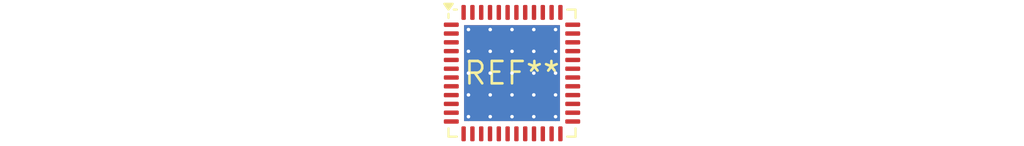
<source format=kicad_pcb>
(kicad_pcb (version 20240108) (generator pcbnew)
  (layers (0 "F.Cu" signal) (31 "B.Cu" signal) (34 "B.Paste" user) (35 "F.Paste" user) (36 "B.SilkS" user "B.Silkscreen") (37 "F.SilkS" user "F.Silkscreen") (38 "B.Mask" user) (39 "F.Mask" user) (44 "Edge.Cuts" user))
  (net 0 "")
  (footprint "QFN-48-1EP_7x7mm_P0.5mm_EP5.45x5.45mm_ThermalVias" (layer "F.Cu") (at 0 0)
    (property "Reference" "REF**")
    (property "Value" "QFN-48-1EP_7x7mm_P0.5mm_EP5.45x5.45mm_ThermalVias")
    (fp_line (start -3.61 -3.135) (end -3.61 -3.37) (layer "F.SilkS") (stroke (width 0.12)))
    (fp_line (start -3.61 3.61) (end -3.61 3.135) (layer "F.SilkS") (stroke (width 0.12)))
    (fp_line (start -3.135 -3.61) (end -3.31 -3.61) (layer "F.SilkS") (stroke (width 0.12)))
    (fp_line (start -3.135 3.61) (end -3.61 3.61) (layer "F.SilkS") (stroke (width 0.12)))
    (fp_line (start 3.135 -3.61) (end 3.61 -3.61) (layer "F.SilkS") (stroke (width 0.12)))
    (fp_line (start 3.135 3.61) (end 3.61 3.61) (layer "F.SilkS") (stroke (width 0.12)))
    (fp_line (start 3.61 -3.61) (end 3.61 -3.135) (layer "F.SilkS") (stroke (width 0.12)))
    (fp_line (start 3.61 3.61) (end 3.61 3.135) (layer "F.SilkS") (stroke (width 0.12)))
    (fp_poly (pts (xy -3.61 -3.61) (xy -3.85 -3.94) (xy -3.37 -3.94) (xy -3.61 -3.61)) (layer "F.SilkS") (stroke (width 0.12)) (fill solid))
    (pad "1" smd roundrect (at -3.45 -2.75) (size 0.85 0.25) (layers "F.Cu" "F.Paste" "F.Mask"))
    (pad "2" smd roundrect (at -3.45 -2.25) (size 0.85 0.25) (layers "F.Cu" "F.Paste" "F.Mask"))
    (pad "3" smd roundrect (at -3.45 -1.75) (size 0.85 0.25) (layers "F.Cu" "F.Paste" "F.Mask"))
    (pad "4" smd roundrect (at -3.45 -1.25) (size 0.85 0.25) (layers "F.Cu" "F.Paste" "F.Mask"))
    (pad "5" smd roundrect (at -3.45 -0.75) (size 0.85 0.25) (layers "F.Cu" "F.Paste" "F.Mask"))
    (pad "6" smd roundrect (at -3.45 -0.25) (size 0.85 0.25) (layers "F.Cu" "F.Paste" "F.Mask"))
    (pad "7" smd roundrect (at -3.45 0.25) (size 0.85 0.25) (layers "F.Cu" "F.Paste" "F.Mask"))
    (pad "8" smd roundrect (at -3.45 0.75) (size 0.85 0.25) (layers "F.Cu" "F.Paste" "F.Mask"))
    (pad "9" smd roundrect (at -3.45 1.25) (size 0.85 0.25) (layers "F.Cu" "F.Paste" "F.Mask"))
    (pad "10" smd roundrect (at -3.45 1.75) (size 0.85 0.25) (layers "F.Cu" "F.Paste" "F.Mask"))
    (pad "11" smd roundrect (at -3.45 2.25) (size 0.85 0.25) (layers "F.Cu" "F.Paste" "F.Mask"))
    (pad "12" smd roundrect (at -3.45 2.75) (size 0.85 0.25) (layers "F.Cu" "F.Paste" "F.Mask"))
    (pad "13" smd roundrect (at -2.75 3.45) (size 0.25 0.85) (layers "F.Cu" "F.Paste" "F.Mask"))
    (pad "14" smd roundrect (at -2.25 3.45) (size 0.25 0.85) (layers "F.Cu" "F.Paste" "F.Mask"))
    (pad "15" smd roundrect (at -1.75 3.45) (size 0.25 0.85) (layers "F.Cu" "F.Paste" "F.Mask"))
    (pad "16" smd roundrect (at -1.25 3.45) (size 0.25 0.85) (layers "F.Cu" "F.Paste" "F.Mask"))
    (pad "17" smd roundrect (at -0.75 3.45) (size 0.25 0.85) (layers "F.Cu" "F.Paste" "F.Mask"))
    (pad "18" smd roundrect (at -0.25 3.45) (size 0.25 0.85) (layers "F.Cu" "F.Paste" "F.Mask"))
    (pad "19" smd roundrect (at 0.25 3.45) (size 0.25 0.85) (layers "F.Cu" "F.Paste" "F.Mask"))
    (pad "20" smd roundrect (at 0.75 3.45) (size 0.25 0.85) (layers "F.Cu" "F.Paste" "F.Mask"))
    (pad "21" smd roundrect (at 1.25 3.45) (size 0.25 0.85) (layers "F.Cu" "F.Paste" "F.Mask"))
    (pad "22" smd roundrect (at 1.75 3.45) (size 0.25 0.85) (layers "F.Cu" "F.Paste" "F.Mask"))
    (pad "23" smd roundrect (at 2.25 3.45) (size 0.25 0.85) (layers "F.Cu" "F.Paste" "F.Mask"))
    (pad "24" smd roundrect (at 2.75 3.45) (size 0.25 0.85) (layers "F.Cu" "F.Paste" "F.Mask"))
    (pad "25" smd roundrect (at 3.45 2.75) (size 0.85 0.25) (layers "F.Cu" "F.Paste" "F.Mask"))
    (pad "26" smd roundrect (at 3.45 2.25) (size 0.85 0.25) (layers "F.Cu" "F.Paste" "F.Mask"))
    (pad "27" smd roundrect (at 3.45 1.75) (size 0.85 0.25) (layers "F.Cu" "F.Paste" "F.Mask"))
    (pad "28" smd roundrect (at 3.45 1.25) (size 0.85 0.25) (layers "F.Cu" "F.Paste" "F.Mask"))
    (pad "29" smd roundrect (at 3.45 0.75) (size 0.85 0.25) (layers "F.Cu" "F.Paste" "F.Mask"))
    (pad "30" smd roundrect (at 3.45 0.25) (size 0.85 0.25) (layers "F.Cu" "F.Paste" "F.Mask"))
    (pad "31" smd roundrect (at 3.45 -0.25) (size 0.85 0.25) (layers "F.Cu" "F.Paste" "F.Mask"))
    (pad "32" smd roundrect (at 3.45 -0.75) (size 0.85 0.25) (layers "F.Cu" "F.Paste" "F.Mask"))
    (pad "33" smd roundrect (at 3.45 -1.25) (size 0.85 0.25) (layers "F.Cu" "F.Paste" "F.Mask"))
    (pad "34" smd roundrect (at 3.45 -1.75) (size 0.85 0.25) (layers "F.Cu" "F.Paste" "F.Mask"))
    (pad "35" smd roundrect (at 3.45 -2.25) (size 0.85 0.25) (layers "F.Cu" "F.Paste" "F.Mask"))
    (pad "36" smd roundrect (at 3.45 -2.75) (size 0.85 0.25) (layers "F.Cu" "F.Paste" "F.Mask"))
    (pad "37" smd roundrect (at 2.75 -3.45) (size 0.25 0.85) (layers "F.Cu" "F.Paste" "F.Mask"))
    (pad "38" smd roundrect (at 2.25 -3.45) (size 0.25 0.85) (layers "F.Cu" "F.Paste" "F.Mask"))
    (pad "39" smd roundrect (at 1.75 -3.45) (size 0.25 0.85) (layers "F.Cu" "F.Paste" "F.Mask"))
    (pad "40" smd roundrect (at 1.25 -3.45) (size 0.25 0.85) (layers "F.Cu" "F.Paste" "F.Mask"))
    (pad "41" smd roundrect (at 0.75 -3.45) (size 0.25 0.85) (layers "F.Cu" "F.Paste" "F.Mask"))
    (pad "42" smd roundrect (at 0.25 -3.45) (size 0.25 0.85) (layers "F.Cu" "F.Paste" "F.Mask"))
    (pad "43" smd roundrect (at -0.25 -3.45) (size 0.25 0.85) (layers "F.Cu" "F.Paste" "F.Mask"))
    (pad "44" smd roundrect (at -0.75 -3.45) (size 0.25 0.85) (layers "F.Cu" "F.Paste" "F.Mask"))
    (pad "45" smd roundrect (at -1.25 -3.45) (size 0.25 0.85) (layers "F.Cu" "F.Paste" "F.Mask"))
    (pad "46" smd roundrect (at -1.75 -3.45) (size 0.25 0.85) (layers "F.Cu" "F.Paste" "F.Mask"))
    (pad "47" smd roundrect (at -2.25 -3.45) (size 0.25 0.85) (layers "F.Cu" "F.Paste" "F.Mask"))
    (pad "48" smd roundrect (at -2.75 -3.45) (size 0.25 0.85) (layers "F.Cu" "F.Paste" "F.Mask"))
    (pad "49" thru_hole circle (at -2.475 -2.475) (size 0.5 0.5) (drill 0.2) (property pad_prop_heatsink) (layers *.Cu) (remove_unused_layers))
    (pad "49" thru_hole circle (at -2.475 -1.2375) (size 0.5 0.5) (drill 0.2) (property pad_prop_heatsink) (layers *.Cu) (remove_unused_layers))
    (pad "49" thru_hole circle (at -2.475 0) (size 0.5 0.5) (drill 0.2) (property pad_prop_heatsink) (layers *.Cu) (remove_unused_layers))
    (pad "49" thru_hole circle (at -2.475 1.2375) (size 0.5 0.5) (drill 0.2) (property pad_prop_heatsink) (layers *.Cu) (remove_unused_layers))
    (pad "49" thru_hole circle (at -2.475 2.475) (size 0.5 0.5) (drill 0.2) (property pad_prop_heatsink) (layers *.Cu) (remove_unused_layers))
    (pad "49" thru_hole circle (at -1.2375 -2.475) (size 0.5 0.5) (drill 0.2) (property pad_prop_heatsink) (layers *.Cu) (remove_unused_layers))
    (pad "49" thru_hole circle (at -1.2375 -1.2375) (size 0.5 0.5) (drill 0.2) (property pad_prop_heatsink) (layers *.Cu) (remove_unused_layers))
    (pad "49" thru_hole circle (at -1.2375 0) (size 0.5 0.5) (drill 0.2) (property pad_prop_heatsink) (layers *.Cu) (remove_unused_layers))
    (pad "49" thru_hole circle (at -1.2375 1.2375) (size 0.5 0.5) (drill 0.2) (property pad_prop_heatsink) (layers *.Cu) (remove_unused_layers))
    (pad "49" thru_hole circle (at -1.2375 2.475) (size 0.5 0.5) (drill 0.2) (property pad_prop_heatsink) (layers *.Cu) (remove_unused_layers))
    (pad "49" thru_hole circle (at 0 -2.475) (size 0.5 0.5) (drill 0.2) (property pad_prop_heatsink) (layers *.Cu) (remove_unused_layers))
    (pad "49" thru_hole circle (at 0 -1.2375) (size 0.5 0.5) (drill 0.2) (property pad_prop_heatsink) (layers *.Cu) (remove_unused_layers))
    (pad "49" thru_hole circle (at 0 0) (size 0.5 0.5) (drill 0.2) (property pad_prop_heatsink) (layers *.Cu) (remove_unused_layers))
    (pad "49" smd rect (at 0 0) (size 5.45 5.45) (property pad_prop_heatsink) (layers "F.Cu" "F.Mask"))
    (pad "49" smd rect (at 0 0) (size 5.45 5.45) (property pad_prop_heatsink) (layers "B.Cu"))
    (pad "49" thru_hole circle (at 0 1.2375) (size 0.5 0.5) (drill 0.2) (property pad_prop_heatsink) (layers *.Cu) (remove_unused_layers))
    (pad "49" thru_hole circle (at 0 2.475) (size 0.5 0.5) (drill 0.2) (property pad_prop_heatsink) (layers *.Cu) (remove_unused_layers))
    (pad "49" thru_hole circle (at 1.2375 -2.475) (size 0.5 0.5) (drill 0.2) (property pad_prop_heatsink) (layers *.Cu) (remove_unused_layers))
    (pad "49" thru_hole circle (at 1.2375 -1.2375) (size 0.5 0.5) (drill 0.2) (property pad_prop_heatsink) (layers *.Cu) (remove_unused_layers))
    (pad "49" thru_hole circle (at 1.2375 0) (size 0.5 0.5) (drill 0.2) (property pad_prop_heatsink) (layers *.Cu) (remove_unused_layers))
    (pad "49" thru_hole circle (at 1.2375 1.2375) (size 0.5 0.5) (drill 0.2) (property pad_prop_heatsink) (layers *.Cu) (remove_unused_layers))
    (pad "49" thru_hole circle (at 1.2375 2.475) (size 0.5 0.5) (drill 0.2) (property pad_prop_heatsink) (layers *.Cu) (remove_unused_layers))
    (pad "49" thru_hole circle (at 2.475 -2.475) (size 0.5 0.5) (drill 0.2) (property pad_prop_heatsink) (layers *.Cu) (remove_unused_layers))
    (pad "49" thru_hole circle (at 2.475 -1.2375) (size 0.5 0.5) (drill 0.2) (property pad_prop_heatsink) (layers *.Cu) (remove_unused_layers))
    (pad "49" thru_hole circle (at 2.475 0) (size 0.5 0.5) (drill 0.2) (property pad_prop_heatsink) (layers *.Cu) (remove_unused_layers))
    (pad "49" thru_hole circle (at 2.475 1.2375) (size 0.5 0.5) (drill 0.2) (property pad_prop_heatsink) (layers *.Cu) (remove_unused_layers))
    (pad "49" thru_hole circle (at 2.475 2.475) (size 0.5 0.5) (drill 0.2) (property pad_prop_heatsink) (layers *.Cu) (remove_unused_layers))
  )
)
</source>
